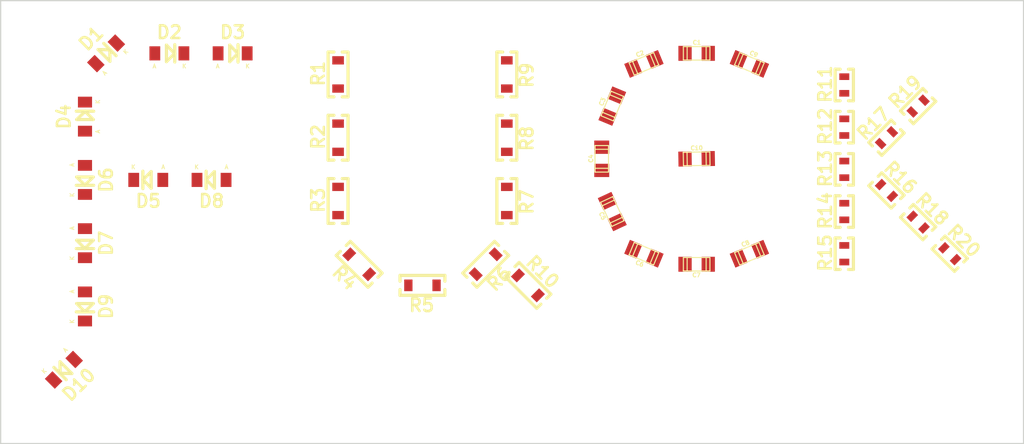
<source format=kicad_pcb>
(kicad_pcb (version 20221018) (generator pcbnew)
  (layers (0 "F.Cu" signal) (31 "B.Cu" signal) (34 "B.Paste" user) (35 "F.Paste" user) (36 "B.SilkS" user) (37 "F.SilkS" user) (38 "B.Mask" user) (39 "F.Mask" user) (44 "Edge.Cuts" user))
  (net 0 "")
  (net 1 "Net-(C1-Pad1)")
  (net 2 "Net-(C1-Pad2)")
  (net 3 "Net-(C2-Pad1)")
  (net 4 "Net-(C2-Pad2)")
  (net 5 "Net-(C3-Pad1)")
  (net 6 "Net-(C3-Pad2)")
  (net 7 "Net-(C4-Pad1)")
  (net 8 "Net-(C4-Pad2)")
  (net 9 "Net-(C5-Pad1)")
  (net 10 "Net-(C5-Pad2)")
  (net 11 "Net-(C6-Pad1)")
  (net 12 "Net-(C6-Pad2)")
  (net 13 "Net-(C7-Pad1)")
  (net 14 "Net-(C7-Pad2)")
  (net 15 "Net-(C8-Pad1)")
  (net 16 "Net-(C8-Pad2)")
  (net 17 "Net-(C9-Pad1)")
  (net 18 "Net-(C9-Pad2)")
  (net 19 "Net-(C10-Pad1)")
  (net 20 "Net-(C10-Pad2)")
  (net 21 "Net-(D1-Pad1)")
  (net 22 "Net-(D1-Pad2)")
  (net 23 "Net-(D2-Pad1)")
  (net 24 "Net-(D2-Pad2)")
  (net 25 "Net-(D3-Pad1)")
  (net 26 "Net-(D3-Pad2)")
  (net 27 "Net-(D4-Pad1)")
  (net 28 "Net-(D4-Pad2)")
  (net 29 "Net-(D5-Pad1)")
  (net 30 "Net-(D5-Pad2)")
  (net 31 "Net-(D6-Pad1)")
  (net 32 "Net-(D6-Pad2)")
  (net 33 "Net-(D7-Pad1)")
  (net 34 "Net-(D7-Pad2)")
  (net 35 "Net-(D8-Pad1)")
  (net 36 "Net-(D8-Pad2)")
  (net 37 "Net-(D9-Pad1)")
  (net 38 "Net-(D9-Pad2)")
  (net 39 "Net-(D10-Pad1)")
  (net 40 "Net-(D10-Pad2)")
  (net 41 "Net-(R1-Pad1)")
  (net 42 "Net-(R1-Pad2)")
  (net 43 "Net-(R2-Pad1)")
  (net 44 "Net-(R2-Pad2)")
  (net 45 "Net-(R3-Pad1)")
  (net 46 "Net-(R3-Pad2)")
  (net 47 "Net-(R4-Pad1)")
  (net 48 "Net-(R4-Pad2)")
  (net 49 "Net-(R5-Pad1)")
  (net 50 "Net-(R5-Pad2)")
  (net 51 "Net-(R6-Pad1)")
  (net 52 "Net-(R6-Pad2)")
  (net 53 "Net-(R7-Pad1)")
  (net 54 "Net-(R7-Pad2)")
  (net 55 "Net-(R8-Pad1)")
  (net 56 "Net-(R8-Pad2)")
  (net 57 "Net-(R9-Pad1)")
  (net 58 "Net-(R9-Pad2)")
  (net 59 "Net-(R10-Pad1)")
  (net 60 "Net-(R10-Pad2)")
  (net 61 "Net-(R11-Pad1)")
  (net 62 "Net-(R11-Pad2)")
  (net 63 "Net-(R12-Pad1)")
  (net 64 "Net-(R12-Pad2)")
  (net 65 "Net-(R13-Pad1)")
  (net 66 "Net-(R13-Pad2)")
  (net 67 "Net-(R14-Pad1)")
  (net 68 "Net-(R14-Pad2)")
  (net 69 "Net-(R15-Pad1)")
  (net 70 "Net-(R15-Pad2)")
  (net 71 "Net-(R16-Pad1)")
  (net 72 "Net-(R16-Pad2)")
  (net 73 "Net-(R17-Pad1)")
  (net 74 "Net-(R17-Pad2)")
  (net 75 "Net-(R18-Pad1)")
  (net 76 "Net-(R18-Pad2)")
  (net 77 "Net-(R19-Pad1)")
  (net 78 "Net-(R19-Pad2)")
  (net 79 "Net-(R20-Pad1)")
  (net 80 "Net-(R20-Pad2)")
  (footprint "Capacitors_SMD:c_1206" (layer "F.Cu") (at 142.24 30.48)
    (fp_text reference "C1" (at 0.0254 -1.2954) (layer "F.SilkS") (effects (font (size 0.50038 0.50038) (thickness 0.11938))))
    (fp_text value "CAP" hide)
    (fp_line (start -1.6002 -0.8128) (end -1.6002 0.8128) (stroke (width 0.127)) (layer "F.SilkS"))
    (fp_line (start -1.6002 0.8128) (end 1.6002 0.8128) (stroke (width 0.127)) (layer "F.SilkS"))
    (fp_line (start -1.143 -0.8128) (end -1.143 0.8128) (stroke (width 0.127)) (layer "F.SilkS"))
    (fp_line (start 1.143 0.8128) (end 1.143 -0.8128) (stroke (width 0.127)) (layer "F.SilkS"))
    (fp_line (start 1.6002 -0.8128) (end -1.6002 -0.8128) (stroke (width 0.127)) (layer "F.SilkS"))
    (fp_line (start 1.6002 0.8128) (end 1.6002 -0.8128) (stroke (width 0.127)) (layer "F.SilkS"))
    (pad "1" smd rect (at 1.397 0) (size 1.6002 1.8034) (layers "F.Cu" "F.Paste" "F.Mask") (net 1 "Net-(C1-Pad1)"))
    (pad "2" smd rect (at -1.397 0) (size 1.6002 1.8034) (layers "F.Cu" "F.Paste" "F.Mask") (net 2 "Net-(C1-Pad2)"))
  )
  (footprint "Capacitors_SMD:c_1206" (layer "F.Cu") (at 135.89 31.75 22.5)
    (fp_text reference "C2" (at 0.0254 -1.2954 22.5) (layer "F.SilkS") (effects (font (size 0.50038 0.50038) (thickness 0.11938))))
    (fp_text value "CAP" hide)
    (fp_line (start -1.6002 -0.8128) (end -1.6002 0.8128) (stroke (width 0.127)) (layer "F.SilkS"))
    (fp_line (start -1.6002 0.8128) (end 1.6002 0.8128) (stroke (width 0.127)) (layer "F.SilkS"))
    (fp_line (start -1.143 -0.8128) (end -1.143 0.8128) (stroke (width 0.127)) (layer "F.SilkS"))
    (fp_line (start 1.143 0.8128) (end 1.143 -0.8128) (stroke (width 0.127)) (layer "F.SilkS"))
    (fp_line (start 1.6002 -0.8128) (end -1.6002 -0.8128) (stroke (width 0.127)) (layer "F.SilkS"))
    (fp_line (start 1.6002 0.8128) (end 1.6002 -0.8128) (stroke (width 0.127)) (layer "F.SilkS"))
    (pad "1" smd rect (at 1.397 0 22.5) (size 1.6002 1.8034) (layers "F.Cu" "F.Paste" "F.Mask") (net 3 "Net-(C2-Pad1)"))
    (pad "2" smd rect (at -1.397 0 22.5) (size 1.6002 1.8034) (layers "F.Cu" "F.Paste" "F.Mask") (net 4 "Net-(C2-Pad2)"))
  )
  (footprint "Capacitors_SMD:c_1206" (layer "F.Cu") (at 132.08 36.83 67.5)
    (fp_text reference "C3" (at 0.0254 -1.2954 67.5) (layer "F.SilkS") (effects (font (size 0.50038 0.50038) (thickness 0.11938))))
    (fp_text value "CAP" hide)
    (fp_line (start -1.6002 -0.8128) (end -1.6002 0.8128) (stroke (width 0.127)) (layer "F.SilkS"))
    (fp_line (start -1.6002 0.8128) (end 1.6002 0.8128) (stroke (width 0.127)) (layer "F.SilkS"))
    (fp_line (start -1.143 -0.8128) (end -1.143 0.8128) (stroke (width 0.127)) (layer "F.SilkS"))
    (fp_line (start 1.143 0.8128) (end 1.143 -0.8128) (stroke (width 0.127)) (layer "F.SilkS"))
    (fp_line (start 1.6002 -0.8128) (end -1.6002 -0.8128) (stroke (width 0.127)) (layer "F.SilkS"))
    (fp_line (start 1.6002 0.8128) (end 1.6002 -0.8128) (stroke (width 0.127)) (layer "F.SilkS"))
    (pad "1" smd rect (at 1.397 0 67.5) (size 1.6002 1.8034) (layers "F.Cu" "F.Paste" "F.Mask") (net 5 "Net-(C3-Pad1)"))
    (pad "2" smd rect (at -1.397 0 67.5) (size 1.6002 1.8034) (layers "F.Cu" "F.Paste" "F.Mask") (net 6 "Net-(C3-Pad2)"))
  )
  (footprint "Capacitors_SMD:c_1206" (layer "F.Cu") (at 130.81 43.18 90)
    (fp_text reference "C4" (at 0.0254 -1.2954 90) (layer "F.SilkS") (effects (font (size 0.50038 0.50038) (thickness 0.11938))))
    (fp_text value "CAP" hide)
    (fp_line (start -1.6002 -0.8128) (end -1.6002 0.8128) (stroke (width 0.127)) (layer "F.SilkS"))
    (fp_line (start -1.6002 0.8128) (end 1.6002 0.8128) (stroke (width 0.127)) (layer "F.SilkS"))
    (fp_line (start -1.143 -0.8128) (end -1.143 0.8128) (stroke (width 0.127)) (layer "F.SilkS"))
    (fp_line (start 1.143 0.8128) (end 1.143 -0.8128) (stroke (width 0.127)) (layer "F.SilkS"))
    (fp_line (start 1.6002 -0.8128) (end -1.6002 -0.8128) (stroke (width 0.127)) (layer "F.SilkS"))
    (fp_line (start 1.6002 0.8128) (end 1.6002 -0.8128) (stroke (width 0.127)) (layer "F.SilkS"))
    (pad "1" smd rect (at 1.397 0 90) (size 1.6002 1.8034) (layers "F.Cu" "F.Paste" "F.Mask") (net 7 "Net-(C4-Pad1)"))
    (pad "2" smd rect (at -1.397 0 90) (size 1.6002 1.8034) (layers "F.Cu" "F.Paste" "F.Mask") (net 8 "Net-(C4-Pad2)"))
  )
  (footprint "Capacitors_SMD:c_1206" (layer "F.Cu") (at 132.08 49.53 115)
    (fp_text reference "C5" (at 0.0254 -1.2954 115) (layer "F.SilkS") (effects (font (size 0.50038 0.50038) (thickness 0.11938))))
    (fp_text value "CAP" hide)
    (fp_line (start -1.6002 -0.8128) (end -1.6002 0.8128) (stroke (width 0.127)) (layer "F.SilkS"))
    (fp_line (start -1.6002 0.8128) (end 1.6002 0.8128) (stroke (width 0.127)) (layer "F.SilkS"))
    (fp_line (start -1.143 -0.8128) (end -1.143 0.8128) (stroke (width 0.127)) (layer "F.SilkS"))
    (fp_line (start 1.143 0.8128) (end 1.143 -0.8128) (stroke (width 0.127)) (layer "F.SilkS"))
    (fp_line (start 1.6002 -0.8128) (end -1.6002 -0.8128) (stroke (width 0.127)) (layer "F.SilkS"))
    (fp_line (start 1.6002 0.8128) (end 1.6002 -0.8128) (stroke (width 0.127)) (layer "F.SilkS"))
    (pad "1" smd rect (at 1.397 0 115) (size 1.6002 1.8034) (layers "F.Cu" "F.Paste" "F.Mask") (net 9 "Net-(C5-Pad1)"))
    (pad "2" smd rect (at -1.397 0 115) (size 1.6002 1.8034) (layers "F.Cu" "F.Paste" "F.Mask") (net 10 "Net-(C5-Pad2)"))
  )
  (footprint "Capacitors_SMD:c_1206" (layer "F.Cu") (at 135.89 54.61 157.5)
    (fp_text reference "C6" (at 0.0254 -1.2954 157.5) (layer "F.SilkS") (effects (font (size 0.50038 0.50038) (thickness 0.11938))))
    (fp_text value "CAP" hide)
    (fp_line (start -1.6002 -0.8128) (end -1.6002 0.8128) (stroke (width 0.127)) (layer "F.SilkS"))
    (fp_line (start -1.6002 0.8128) (end 1.6002 0.8128) (stroke (width 0.127)) (layer "F.SilkS"))
    (fp_line (start -1.143 -0.8128) (end -1.143 0.8128) (stroke (width 0.127)) (layer "F.SilkS"))
    (fp_line (start 1.143 0.8128) (end 1.143 -0.8128) (stroke (width 0.127)) (layer "F.SilkS"))
    (fp_line (start 1.6002 -0.8128) (end -1.6002 -0.8128) (stroke (width 0.127)) (layer "F.SilkS"))
    (fp_line (start 1.6002 0.8128) (end 1.6002 -0.8128) (stroke (width 0.127)) (layer "F.SilkS"))
    (pad "1" smd rect (at 1.397 0 157.5) (size 1.6002 1.8034) (layers "F.Cu" "F.Paste" "F.Mask") (net 11 "Net-(C6-Pad1)"))
    (pad "2" smd rect (at -1.397 0 157.5) (size 1.6002 1.8034) (layers "F.Cu" "F.Paste" "F.Mask") (net 12 "Net-(C6-Pad2)"))
  )
  (footprint "Capacitors_SMD:c_1206" (layer "F.Cu") (at 142.24 55.88 180)
    (fp_text reference "C7" (at 0.0254 -1.2954 180) (layer "F.SilkS") (effects (font (size 0.50038 0.50038) (thickness 0.11938))))
    (fp_text value "CAP" hide)
    (fp_line (start -1.6002 -0.8128) (end -1.6002 0.8128) (stroke (width 0.127)) (layer "F.SilkS"))
    (fp_line (start -1.6002 0.8128) (end 1.6002 0.8128) (stroke (width 0.127)) (layer "F.SilkS"))
    (fp_line (start -1.143 -0.8128) (end -1.143 0.8128) (stroke (width 0.127)) (layer "F.SilkS"))
    (fp_line (start 1.143 0.8128) (end 1.143 -0.8128) (stroke (width 0.127)) (layer "F.SilkS"))
    (fp_line (start 1.6002 -0.8128) (end -1.6002 -0.8128) (stroke (width 0.127)) (layer "F.SilkS"))
    (fp_line (start 1.6002 0.8128) (end 1.6002 -0.8128) (stroke (width 0.127)) (layer "F.SilkS"))
    (pad "1" smd rect (at 1.397 0 180) (size 1.6002 1.8034) (layers "F.Cu" "F.Paste" "F.Mask") (net 13 "Net-(C7-Pad1)"))
    (pad "2" smd rect (at -1.397 0 180) (size 1.6002 1.8034) (layers "F.Cu" "F.Paste" "F.Mask") (net 14 "Net-(C7-Pad2)"))
  )
  (footprint "Capacitors_SMD:c_1206" (layer "F.Cu") (at 148.59 54.61 22.5)
    (fp_text reference "C8" (at 0.0254 -1.2954 22.5) (layer "F.SilkS") (effects (font (size 0.50038 0.50038) (thickness 0.11938))))
    (fp_text value "CAP" hide)
    (fp_line (start -1.6002 -0.8128) (end -1.6002 0.8128) (stroke (width 0.127)) (layer "F.SilkS"))
    (fp_line (start -1.6002 0.8128) (end 1.6002 0.8128) (stroke (width 0.127)) (layer "F.SilkS"))
    (fp_line (start -1.143 -0.8128) (end -1.143 0.8128) (stroke (width 0.127)) (layer "F.SilkS"))
    (fp_line (start 1.143 0.8128) (end 1.143 -0.8128) (stroke (width 0.127)) (layer "F.SilkS"))
    (fp_line (start 1.6002 -0.8128) (end -1.6002 -0.8128) (stroke (width 0.127)) (layer "F.SilkS"))
    (fp_line (start 1.6002 0.8128) (end 1.6002 -0.8128) (stroke (width 0.127)) (layer "F.SilkS"))
    (pad "1" smd rect (at 1.397 0 22.5) (size 1.6002 1.8034) (layers "F.Cu" "F.Paste" "F.Mask") (net 15 "Net-(C8-Pad1)"))
    (pad "2" smd rect (at -1.397 0 22.5) (size 1.6002 1.8034) (layers "F.Cu" "F.Paste" "F.Mask") (net 16 "Net-(C8-Pad2)"))
  )
  (footprint "Capacitors_SMD:c_1206" (layer "F.Cu") (at 148.59 31.75 -22.5)
    (fp_text reference "C9" (at 0.0254 -1.2954 337.5) (layer "F.SilkS") (effects (font (size 0.50038 0.50038) (thickness 0.11938))))
    (fp_text value "CAP" hide)
    (fp_line (start -1.6002 -0.8128) (end -1.6002 0.8128) (stroke (width 0.127)) (layer "F.SilkS"))
    (fp_line (start -1.6002 0.8128) (end 1.6002 0.8128) (stroke (width 0.127)) (layer "F.SilkS"))
    (fp_line (start -1.143 -0.8128) (end -1.143 0.8128) (stroke (width 0.127)) (layer "F.SilkS"))
    (fp_line (start 1.143 0.8128) (end 1.143 -0.8128) (stroke (width 0.127)) (layer "F.SilkS"))
    (fp_line (start 1.6002 -0.8128) (end -1.6002 -0.8128) (stroke (width 0.127)) (layer "F.SilkS"))
    (fp_line (start 1.6002 0.8128) (end 1.6002 -0.8128) (stroke (width 0.127)) (layer "F.SilkS"))
    (pad "1" smd rect (at 1.397 0 337.5) (size 1.6002 1.8034) (layers "F.Cu" "F.Paste" "F.Mask") (net 17 "Net-(C9-Pad1)"))
    (pad "2" smd rect (at -1.397 0 337.5) (size 1.6002 1.8034) (layers "F.Cu" "F.Paste" "F.Mask") (net 18 "Net-(C9-Pad2)"))
  )
  (footprint "Capacitors_SMD:c_1206" (layer "F.Cu") (at 142.24 43.18 1)
    (fp_text reference "C10" (at 0.0254 -1.2954 1) (layer "F.SilkS") (effects (font (size 0.50038 0.50038) (thickness 0.11938))))
    (fp_text value "CAP" hide)
    (fp_line (start -1.6002 -0.8128) (end -1.6002 0.8128) (stroke (width 0.127)) (layer "F.SilkS"))
    (fp_line (start -1.6002 0.8128) (end 1.6002 0.8128) (stroke (width 0.127)) (layer "F.SilkS"))
    (fp_line (start -1.143 -0.8128) (end -1.143 0.8128) (stroke (width 0.127)) (layer "F.SilkS"))
    (fp_line (start 1.143 0.8128) (end 1.143 -0.8128) (stroke (width 0.127)) (layer "F.SilkS"))
    (fp_line (start 1.6002 -0.8128) (end -1.6002 -0.8128) (stroke (width 0.127)) (layer "F.SilkS"))
    (fp_line (start 1.6002 0.8128) (end 1.6002 -0.8128) (stroke (width 0.127)) (layer "F.SilkS"))
    (pad "1" smd rect (at 1.397 0 1) (size 1.6002 1.8034) (layers "F.Cu" "F.Paste" "F.Mask") (net 19 "Net-(C10-Pad1)"))
    (pad "2" smd rect (at -1.397 0 1) (size 1.6002 1.8034) (layers "F.Cu" "F.Paste" "F.Mask") (net 20 "Net-(C10-Pad2)"))
  )
  (footprint "Diodes_SMD:Diode-MiniMELF_Standard" (layer "F.Cu") (at 71.12 30.48 45)
    (fp_text reference "D1" (at 0 -2.54 45) (layer "F.SilkS") (effects (font (size 1.524 1.524) (thickness 0.3048))))
    (fp_text value "DIODE" hide)
    (fp_text user "K" (at 1.80086 1.5494 45) (layer "F.SilkS") (effects (font (size 0.50038 0.50038) (thickness 0.09906))))
    (fp_text user "A" (at -1.80086 1.5494 45) (layer "F.SilkS") (effects (font (size 0.50038 0.50038) (thickness 0.09906))))
    (fp_line (start -0.35052 -1.00076) (end -0.35052 1.00076) (stroke (width 0.381)) (layer "F.SilkS"))
    (fp_line (start -0.35052 1.00076) (end 0.65024 0) (stroke (width 0.381)) (layer "F.SilkS"))
    (fp_line (start 0.65024 -1.04902) (end 0.65024 1.04902) (stroke (width 0.381)) (layer "F.SilkS"))
    (fp_line (start 0.65024 0.0508) (end -0.35052 -1.00076) (stroke (width 0.381)) (layer "F.SilkS"))
    (pad "1" smd rect (at -1.75006 0 45) (size 1.30048 1.69926) (layers "F.Cu" "F.Paste" "F.Mask") (net 21 "Net-(D1-Pad1)"))
    (pad "2" smd rect (at 1.75006 0 45) (size 1.30048 1.69926) (layers "F.Cu" "F.Paste" "F.Mask") (net 22 "Net-(D1-Pad2)"))
  )
  (footprint "Diodes_SMD:Diode-MiniMELF_Standard" (layer "F.Cu") (at 78.74 30.48)
    (fp_text reference "D2" (at 0 -2.54) (layer "F.SilkS") (effects (font (size 1.524 1.524) (thickness 0.3048))))
    (fp_text value "DIODE" hide)
    (fp_text user "K" (at 1.80086 1.5494) (layer "F.SilkS") (effects (font (size 0.50038 0.50038) (thickness 0.09906))))
    (fp_text user "A" (at -1.80086 1.5494) (layer "F.SilkS") (effects (font (size 0.50038 0.50038) (thickness 0.09906))))
    (fp_line (start -0.35052 -1.00076) (end -0.35052 1.00076) (stroke (width 0.381)) (layer "F.SilkS"))
    (fp_line (start -0.35052 1.00076) (end 0.65024 0) (stroke (width 0.381)) (layer "F.SilkS"))
    (fp_line (start 0.65024 -1.04902) (end 0.65024 1.04902) (stroke (width 0.381)) (layer "F.SilkS"))
    (fp_line (start 0.65024 0.0508) (end -0.35052 -1.00076) (stroke (width 0.381)) (layer "F.SilkS"))
    (pad "1" smd rect (at -1.75006 0) (size 1.30048 1.69926) (layers "F.Cu" "F.Paste" "F.Mask") (net 23 "Net-(D2-Pad1)"))
    (pad "2" smd rect (at 1.75006 0) (size 1.30048 1.69926) (layers "F.Cu" "F.Paste" "F.Mask") (net 24 "Net-(D2-Pad2)"))
  )
  (footprint "Diodes_SMD:Diode-MiniMELF_Standard" (layer "F.Cu") (at 86.36 30.48)
    (fp_text reference "D3" (at 0 -2.54) (layer "F.SilkS") (effects (font (size 1.524 1.524) (thickness 0.3048))))
    (fp_text value "DIODE" hide)
    (fp_text user "K" (at 1.80086 1.5494) (layer "F.SilkS") (effects (font (size 0.50038 0.50038) (thickness 0.09906))))
    (fp_text user "A" (at -1.80086 1.5494) (layer "F.SilkS") (effects (font (size 0.50038 0.50038) (thickness 0.09906))))
    (fp_line (start -0.35052 -1.00076) (end -0.35052 1.00076) (stroke (width 0.381)) (layer "F.SilkS"))
    (fp_line (start -0.35052 1.00076) (end 0.65024 0) (stroke (width 0.381)) (layer "F.SilkS"))
    (fp_line (start 0.65024 -1.04902) (end 0.65024 1.04902) (stroke (width 0.381)) (layer "F.SilkS"))
    (fp_line (start 0.65024 0.0508) (end -0.35052 -1.00076) (stroke (width 0.381)) (layer "F.SilkS"))
    (pad "1" smd rect (at -1.75006 0) (size 1.30048 1.69926) (layers "F.Cu" "F.Paste" "F.Mask") (net 25 "Net-(D3-Pad1)"))
    (pad "2" smd rect (at 1.75006 0) (size 1.30048 1.69926) (layers "F.Cu" "F.Paste" "F.Mask") (net 26 "Net-(D3-Pad2)"))
  )
  (footprint "Diodes_SMD:Diode-MiniMELF_Standard" (layer "F.Cu") (at 68.58 38.1 90)
    (fp_text reference "D4" (at 0 -2.54 90) (layer "F.SilkS") (effects (font (size 1.524 1.524) (thickness 0.3048))))
    (fp_text value "DIODE" hide)
    (fp_text user "A" (at -1.80086 1.5494 90) (layer "F.SilkS") (effects (font (size 0.50038 0.50038) (thickness 0.09906))))
    (fp_text user "K" (at 1.80086 1.5494 90) (layer "F.SilkS") (effects (font (size 0.50038 0.50038) (thickness 0.09906))))
    (fp_line (start -0.35052 -1.00076) (end -0.35052 1.00076) (stroke (width 0.381)) (layer "F.SilkS"))
    (fp_line (start -0.35052 1.00076) (end 0.65024 0) (stroke (width 0.381)) (layer "F.SilkS"))
    (fp_line (start 0.65024 -1.04902) (end 0.65024 1.04902) (stroke (width 0.381)) (layer "F.SilkS"))
    (fp_line (start 0.65024 0.0508) (end -0.35052 -1.00076) (stroke (width 0.381)) (layer "F.SilkS"))
    (pad "1" smd rect (at -1.75006 0 90) (size 1.30048 1.69926) (layers "F.Cu" "F.Paste" "F.Mask") (net 27 "Net-(D4-Pad1)"))
    (pad "2" smd rect (at 1.75006 0 90) (size 1.30048 1.69926) (layers "F.Cu" "F.Paste" "F.Mask") (net 28 "Net-(D4-Pad2)"))
  )
  (footprint "Diodes_SMD:Diode-MiniMELF_Standard" (layer "F.Cu") (at 76.2 45.72 180)
    (fp_text reference "D5" (at 0 -2.54 180) (layer "F.SilkS") (effects (font (size 1.524 1.524) (thickness 0.3048))))
    (fp_text value "DIODE" hide)
    (fp_text user "A" (at -1.80086 1.5494 180) (layer "F.SilkS") (effects (font (size 0.50038 0.50038) (thickness 0.09906))))
    (fp_text user "K" (at 1.80086 1.5494 180) (layer "F.SilkS") (effects (font (size 0.50038 0.50038) (thickness 0.09906))))
    (fp_line (start -0.35052 -1.00076) (end -0.35052 1.00076) (stroke (width 0.381)) (layer "F.SilkS"))
    (fp_line (start -0.35052 1.00076) (end 0.65024 0) (stroke (width 0.381)) (layer "F.SilkS"))
    (fp_line (start 0.65024 -1.04902) (end 0.65024 1.04902) (stroke (width 0.381)) (layer "F.SilkS"))
    (fp_line (start 0.65024 0.0508) (end -0.35052 -1.00076) (stroke (width 0.381)) (layer "F.SilkS"))
    (pad "1" smd rect (at -1.75006 0 180) (size 1.30048 1.69926) (layers "F.Cu" "F.Paste" "F.Mask") (net 29 "Net-(D5-Pad1)"))
    (pad "2" smd rect (at 1.75006 0 180) (size 1.30048 1.69926) (layers "F.Cu" "F.Paste" "F.Mask") (net 30 "Net-(D5-Pad2)"))
  )
  (footprint "Diodes_SMD:Diode-MiniMELF_Standard" (layer "F.Cu") (at 68.58 45.72 -90)
    (fp_text reference "D6" (at 0 -2.54 270) (layer "F.SilkS") (effects (font (size 1.524 1.524) (thickness 0.3048))))
    (fp_text value "DIODE" hide)
    (fp_text user "A" (at -1.80086 1.5494 270) (layer "F.SilkS") (effects (font (size 0.50038 0.50038) (thickness 0.09906))))
    (fp_text user "K" (at 1.80086 1.5494 270) (layer "F.SilkS") (effects (font (size 0.50038 0.50038) (thickness 0.09906))))
    (fp_line (start -0.35052 -1.00076) (end -0.35052 1.00076) (stroke (width 0.381)) (layer "F.SilkS"))
    (fp_line (start -0.35052 1.00076) (end 0.65024 0) (stroke (width 0.381)) (layer "F.SilkS"))
    (fp_line (start 0.65024 -1.04902) (end 0.65024 1.04902) (stroke (width 0.381)) (layer "F.SilkS"))
    (fp_line (start 0.65024 0.0508) (end -0.35052 -1.00076) (stroke (width 0.381)) (layer "F.SilkS"))
    (pad "1" smd rect (at -1.75006 0 270) (size 1.30048 1.69926) (layers "F.Cu" "F.Paste" "F.Mask") (net 31 "Net-(D6-Pad1)"))
    (pad "2" smd rect (at 1.75006 0 270) (size 1.30048 1.69926) (layers "F.Cu" "F.Paste" "F.Mask") (net 32 "Net-(D6-Pad2)"))
  )
  (footprint "Diodes_SMD:Diode-MiniMELF_Standard" (layer "F.Cu") (at 68.58 53.34 -90)
    (fp_text reference "D7" (at 0 -2.54 270) (layer "F.SilkS") (effects (font (size 1.524 1.524) (thickness 0.3048))))
    (fp_text value "DIODE" hide)
    (fp_text user "K" (at 1.80086 1.5494 270) (layer "F.SilkS") (effects (font (size 0.50038 0.50038) (thickness 0.09906))))
    (fp_text user "A" (at -1.80086 1.5494 270) (layer "F.SilkS") (effects (font (size 0.50038 0.50038) (thickness 0.09906))))
    (fp_line (start -0.35052 -1.00076) (end -0.35052 1.00076) (stroke (width 0.381)) (layer "F.SilkS"))
    (fp_line (start -0.35052 1.00076) (end 0.65024 0) (stroke (width 0.381)) (layer "F.SilkS"))
    (fp_line (start 0.65024 -1.04902) (end 0.65024 1.04902) (stroke (width 0.381)) (layer "F.SilkS"))
    (fp_line (start 0.65024 0.0508) (end -0.35052 -1.00076) (stroke (width 0.381)) (layer "F.SilkS"))
    (pad "1" smd rect (at -1.75006 0 270) (size 1.30048 1.69926) (layers "F.Cu" "F.Paste" "F.Mask") (net 33 "Net-(D7-Pad1)"))
    (pad "2" smd rect (at 1.75006 0 270) (size 1.30048 1.69926) (layers "F.Cu" "F.Paste" "F.Mask") (net 34 "Net-(D7-Pad2)"))
  )
  (footprint "Diodes_SMD:Diode-MiniMELF_Standard" (layer "F.Cu") (at 83.82 45.72 180)
    (fp_text reference "D8" (at 0 -2.54 180) (layer "F.SilkS") (effects (font (size 1.524 1.524) (thickness 0.3048))))
    (fp_text value "DIODE" hide)
    (fp_text user "K" (at 1.80086 1.5494 180) (layer "F.SilkS") (effects (font (size 0.50038 0.50038) (thickness 0.09906))))
    (fp_text user "A" (at -1.80086 1.5494 180) (layer "F.SilkS") (effects (font (size 0.50038 0.50038) (thickness 0.09906))))
    (fp_line (start -0.35052 -1.00076) (end -0.35052 1.00076) (stroke (width 0.381)) (layer "F.SilkS"))
    (fp_line (start -0.35052 1.00076) (end 0.65024 0) (stroke (width 0.381)) (layer "F.SilkS"))
    (fp_line (start 0.65024 -1.04902) (end 0.65024 1.04902) (stroke (width 0.381)) (layer "F.SilkS"))
    (fp_line (start 0.65024 0.0508) (end -0.35052 -1.00076) (stroke (width 0.381)) (layer "F.SilkS"))
    (pad "1" smd rect (at -1.75006 0 180) (size 1.30048 1.69926) (layers "F.Cu" "F.Paste" "F.Mask") (net 35 "Net-(D8-Pad1)"))
    (pad "2" smd rect (at 1.75006 0 180) (size 1.30048 1.69926) (layers "F.Cu" "F.Paste" "F.Mask") (net 36 "Net-(D8-Pad2)"))
  )
  (footprint "Diodes_SMD:Diode-MiniMELF_Standard" (layer "F.Cu") (at 68.58 60.96 -90)
    (fp_text reference "D9" (at 0 -2.54 270) (layer "F.SilkS") (effects (font (size 1.524 1.524) (thickness 0.3048))))
    (fp_text value "DIODE" hide)
    (fp_text user "K" (at 1.80086 1.5494 270) (layer "F.SilkS") (effects (font (size 0.50038 0.50038) (thickness 0.09906))))
    (fp_text user "A" (at -1.80086 1.5494 270) (layer "F.SilkS") (effects (font (size 0.50038 0.50038) (thickness 0.09906))))
    (fp_line (start -0.35052 -1.00076) (end -0.35052 1.00076) (stroke (width 0.381)) (layer "F.SilkS"))
    (fp_line (start -0.35052 1.00076) (end 0.65024 0) (stroke (width 0.381)) (layer "F.SilkS"))
    (fp_line (start 0.65024 -1.04902) (end 0.65024 1.04902) (stroke (width 0.381)) (layer "F.SilkS"))
    (fp_line (start 0.65024 0.0508) (end -0.35052 -1.00076) (stroke (width 0.381)) (layer "F.SilkS"))
    (pad "1" smd rect (at -1.75006 0 270) (size 1.30048 1.69926) (layers "F.Cu" "F.Paste" "F.Mask") (net 37 "Net-(D9-Pad1)"))
    (pad "2" smd rect (at 1.75006 0 270) (size 1.30048 1.69926) (layers "F.Cu" "F.Paste" "F.Mask") (net 38 "Net-(D9-Pad2)"))
  )
  (footprint "Diodes_SMD:Diode-MiniMELF_Standard" (layer "F.Cu") (at 66.04 68.58 -135)
    (fp_text reference "D10" (at 0 -2.54 225) (layer "F.SilkS") (effects (font (size 1.524 1.524) (thickness 0.3048))))
    (fp_text value "DIODE" hide)
    (fp_text user "A" (at -1.80086 1.5494 225) (layer "F.SilkS") (effects (font (size 0.50038 0.50038) (thickness 0.09906))))
    (fp_text user "K" (at 1.80086 1.5494 225) (layer "F.SilkS") (effects (font (size 0.50038 0.50038) (thickness 0.09906))))
    (fp_line (start -0.35052 -1.00076) (end -0.35052 1.00076) (stroke (width 0.381)) (layer "F.SilkS"))
    (fp_line (start -0.35052 1.00076) (end 0.65024 0) (stroke (width 0.381)) (layer "F.SilkS"))
    (fp_line (start 0.65024 -1.04902) (end 0.65024 1.04902) (stroke (width 0.381)) (layer "F.SilkS"))
    (fp_line (start 0.65024 0.0508) (end -0.35052 -1.00076) (stroke (width 0.381)) (layer "F.SilkS"))
    (pad "1" smd rect (at -1.75006 0 225) (size 1.30048 1.69926) (layers "F.Cu" "F.Paste" "F.Mask") (net 39 "Net-(D10-Pad1)"))
    (pad "2" smd rect (at 1.75006 0 225) (size 1.30048 1.69926) (layers "F.Cu" "F.Paste" "F.Mask") (net 40 "Net-(D10-Pad2)"))
  )
  (footprint "Resistors_SMD:Resistor_SMD1206_ReflowWave" (layer "F.Cu") (at 99.06 33.02 90)
    (fp_text reference "R1" (at 0.09906 -2.4003 90) (layer "F.SilkS") (effects (font (size 1.524 1.524) (thickness 0.3048))))
    (fp_text value "R" hide)
    (fp_line (start -2.70002 -1.19888) (end -2.70002 -0.50038) (stroke (width 0.381)) (layer "F.SilkS"))
    (fp_line (start -2.70002 0.50038) (end -2.70002 1.19888) (stroke (width 0.381)) (layer "F.SilkS"))
    (fp_line (start -2.70002 1.19888) (end 2.70002 1.19888) (stroke (width 0.381)) (layer "F.SilkS"))
    (fp_line (start 2.70002 -1.19888) (end -2.70002 -1.19888) (stroke (width 0.381)) (layer "F.SilkS"))
    (fp_line (start 2.70002 -0.50038) (end 2.70002 -1.19888) (stroke (width 0.381)) (layer "F.SilkS"))
    (fp_line (start 2.70002 1.19888) (end 2.70002 0.50038) (stroke (width 0.381)) (layer "F.SilkS"))
    (pad "1" smd rect (at -1.69926 0 90) (size 1.00076 1.39954) (layers "F.Cu" "F.Paste" "F.Mask") (net 41 "Net-(R1-Pad1)"))
    (pad "2" smd rect (at 1.69926 0 90) (size 1.00076 1.39954) (layers "F.Cu" "F.Paste" "F.Mask") (net 42 "Net-(R1-Pad2)"))
  )
  (footprint "Resistors_SMD:Resistor_SMD1206_ReflowWave" (layer "F.Cu") (at 99.06 40.64 90)
    (fp_text reference "R2" (at 0.09906 -2.4003 90) (layer "F.SilkS") (effects (font (size 1.524 1.524) (thickness 0.3048))))
    (fp_text value "R" hide)
    (fp_line (start -2.70002 -1.19888) (end -2.70002 -0.50038) (stroke (width 0.381)) (layer "F.SilkS"))
    (fp_line (start -2.70002 0.50038) (end -2.70002 1.19888) (stroke (width 0.381)) (layer "F.SilkS"))
    (fp_line (start -2.70002 1.19888) (end 2.70002 1.19888) (stroke (width 0.381)) (layer "F.SilkS"))
    (fp_line (start 2.70002 -1.19888) (end -2.70002 -1.19888) (stroke (width 0.381)) (layer "F.SilkS"))
    (fp_line (start 2.70002 -0.50038) (end 2.70002 -1.19888) (stroke (width 0.381)) (layer "F.SilkS"))
    (fp_line (start 2.70002 1.19888) (end 2.70002 0.50038) (stroke (width 0.381)) (layer "F.SilkS"))
    (pad "1" smd rect (at -1.69926 0 90) (size 1.00076 1.39954) (layers "F.Cu" "F.Paste" "F.Mask") (net 43 "Net-(R2-Pad1)"))
    (pad "2" smd rect (at 1.69926 0 90) (size 1.00076 1.39954) (layers "F.Cu" "F.Paste" "F.Mask") (net 44 "Net-(R2-Pad2)"))
  )
  (footprint "Resistors_SMD:Resistor_SMD1206_ReflowWave" (layer "F.Cu") (at 99.06 48.26 90)
    (fp_text reference "R3" (at 0.09906 -2.4003 90) (layer "F.SilkS") (effects (font (size 1.524 1.524) (thickness 0.3048))))
    (fp_text value "R" hide)
    (fp_line (start -2.70002 -1.19888) (end -2.70002 -0.50038) (stroke (width 0.381)) (layer "F.SilkS"))
    (fp_line (start -2.70002 0.50038) (end -2.70002 1.19888) (stroke (width 0.381)) (layer "F.SilkS"))
    (fp_line (start -2.70002 1.19888) (end 2.70002 1.19888) (stroke (width 0.381)) (layer "F.SilkS"))
    (fp_line (start 2.70002 -1.19888) (end -2.70002 -1.19888) (stroke (width 0.381)) (layer "F.SilkS"))
    (fp_line (start 2.70002 -0.50038) (end 2.70002 -1.19888) (stroke (width 0.381)) (layer "F.SilkS"))
    (fp_line (start 2.70002 1.19888) (end 2.70002 0.50038) (stroke (width 0.381)) (layer "F.SilkS"))
    (pad "1" smd rect (at -1.69926 0 90) (size 1.00076 1.39954) (layers "F.Cu" "F.Paste" "F.Mask") (net 45 "Net-(R3-Pad1)"))
    (pad "2" smd rect (at 1.69926 0 90) (size 1.00076 1.39954) (layers "F.Cu" "F.Paste" "F.Mask") (net 46 "Net-(R3-Pad2)"))
  )
  (footprint "Resistors_SMD:Resistor_SMD1206_ReflowWave" (layer "F.Cu") (at 101.6 55.88 135)
    (fp_text reference "R4" (at 0.09906 -2.4003 135) (layer "F.SilkS") (effects (font (size 1.524 1.524) (thickness 0.3048))))
    (fp_text value "R" hide)
    (fp_line (start -2.70002 -1.19888) (end -2.70002 -0.50038) (stroke (width 0.381)) (layer "F.SilkS"))
    (fp_line (start -2.70002 0.50038) (end -2.70002 1.19888) (stroke (width 0.381)) (layer "F.SilkS"))
    (fp_line (start -2.70002 1.19888) (end 2.70002 1.19888) (stroke (width 0.381)) (layer "F.SilkS"))
    (fp_line (start 2.70002 -1.19888) (end -2.70002 -1.19888) (stroke (width 0.381)) (layer "F.SilkS"))
    (fp_line (start 2.70002 -0.50038) (end 2.70002 -1.19888) (stroke (width 0.381)) (layer "F.SilkS"))
    (fp_line (start 2.70002 1.19888) (end 2.70002 0.50038) (stroke (width 0.381)) (layer "F.SilkS"))
    (pad "1" smd rect (at -1.69926 0 135) (size 1.00076 1.39954) (layers "F.Cu" "F.Paste" "F.Mask") (net 47 "Net-(R4-Pad1)"))
    (pad "2" smd rect (at 1.69926 0 135) (size 1.00076 1.39954) (layers "F.Cu" "F.Paste" "F.Mask") (net 48 "Net-(R4-Pad2)"))
  )
  (footprint "Resistors_SMD:Resistor_SMD1206_ReflowWave" (layer "F.Cu") (at 109.22 58.42 180)
    (fp_text reference "R5" (at 0.09906 -2.4003 180) (layer "F.SilkS") (effects (font (size 1.524 1.524) (thickness 0.3048))))
    (fp_text value "R" hide)
    (fp_line (start -2.70002 -1.19888) (end -2.70002 -0.50038) (stroke (width 0.381)) (layer "F.SilkS"))
    (fp_line (start -2.70002 0.50038) (end -2.70002 1.19888) (stroke (width 0.381)) (layer "F.SilkS"))
    (fp_line (start -2.70002 1.19888) (end 2.70002 1.19888) (stroke (width 0.381)) (layer "F.SilkS"))
    (fp_line (start 2.70002 -1.19888) (end -2.70002 -1.19888) (stroke (width 0.381)) (layer "F.SilkS"))
    (fp_line (start 2.70002 -0.50038) (end 2.70002 -1.19888) (stroke (width 0.381)) (layer "F.SilkS"))
    (fp_line (start 2.70002 1.19888) (end 2.70002 0.50038) (stroke (width 0.381)) (layer "F.SilkS"))
    (pad "1" smd rect (at -1.69926 0 180) (size 1.00076 1.39954) (layers "F.Cu" "F.Paste" "F.Mask") (net 49 "Net-(R5-Pad1)"))
    (pad "2" smd rect (at 1.69926 0 180) (size 1.00076 1.39954) (layers "F.Cu" "F.Paste" "F.Mask") (net 50 "Net-(R5-Pad2)"))
  )
  (footprint "Resistors_SMD:Resistor_SMD1206_ReflowWave" (layer "F.Cu") (at 116.84 55.88 -135)
    (fp_text reference "R6" (at 0.09906 -2.4003 225) (layer "F.SilkS") (effects (font (size 1.524 1.524) (thickness 0.3048))))
    (fp_text value "R" hide)
    (fp_line (start -2.70002 -1.19888) (end -2.70002 -0.50038) (stroke (width 0.381)) (layer "F.SilkS"))
    (fp_line (start -2.70002 0.50038) (end -2.70002 1.19888) (stroke (width 0.381)) (layer "F.SilkS"))
    (fp_line (start -2.70002 1.19888) (end 2.70002 1.19888) (stroke (width 0.381)) (layer "F.SilkS"))
    (fp_line (start 2.70002 -1.19888) (end -2.70002 -1.19888) (stroke (width 0.381)) (layer "F.SilkS"))
    (fp_line (start 2.70002 -0.50038) (end 2.70002 -1.19888) (stroke (width 0.381)) (layer "F.SilkS"))
    (fp_line (start 2.70002 1.19888) (end 2.70002 0.50038) (stroke (width 0.381)) (layer "F.SilkS"))
    (pad "1" smd rect (at -1.69926 0 225) (size 1.00076 1.39954) (layers "F.Cu" "F.Paste" "F.Mask") (net 51 "Net-(R6-Pad1)"))
    (pad "2" smd rect (at 1.69926 0 225) (size 1.00076 1.39954) (layers "F.Cu" "F.Paste" "F.Mask") (net 52 "Net-(R6-Pad2)"))
  )
  (footprint "Resistors_SMD:Resistor_SMD1206_ReflowWave" (layer "F.Cu") (at 119.38 48.26 -90)
    (fp_text reference "R7" (at 0.09906 -2.4003 270) (layer "F.SilkS") (effects (font (size 1.524 1.524) (thickness 0.3048))))
    (fp_text value "R" hide)
    (fp_line (start -2.70002 -1.19888) (end -2.70002 -0.50038) (stroke (width 0.381)) (layer "F.SilkS"))
    (fp_line (start -2.70002 0.50038) (end -2.70002 1.19888) (stroke (width 0.381)) (layer "F.SilkS"))
    (fp_line (start -2.70002 1.19888) (end 2.70002 1.19888) (stroke (width 0.381)) (layer "F.SilkS"))
    (fp_line (start 2.70002 -1.19888) (end -2.70002 -1.19888) (stroke (width 0.381)) (layer "F.SilkS"))
    (fp_line (start 2.70002 -0.50038) (end 2.70002 -1.19888) (stroke (width 0.381)) (layer "F.SilkS"))
    (fp_line (start 2.70002 1.19888) (end 2.70002 0.50038) (stroke (width 0.381)) (layer "F.SilkS"))
    (pad "1" smd rect (at -1.69926 0 270) (size 1.00076 1.39954) (layers "F.Cu" "F.Paste" "F.Mask") (net 53 "Net-(R7-Pad1)"))
    (pad "2" smd rect (at 1.69926 0 270) (size 1.00076 1.39954) (layers "F.Cu" "F.Paste" "F.Mask") (net 54 "Net-(R7-Pad2)"))
  )
  (footprint "Resistors_SMD:Resistor_SMD1206_ReflowWave" (layer "F.Cu") (at 119.38 40.64 -90)
    (fp_text reference "R8" (at 0.09906 -2.4003 270) (layer "F.SilkS") (effects (font (size 1.524 1.524) (thickness 0.3048))))
    (fp_text value "R" hide)
    (fp_line (start -2.70002 -1.19888) (end -2.70002 -0.50038) (stroke (width 0.381)) (layer "F.SilkS"))
    (fp_line (start -2.70002 0.50038) (end -2.70002 1.19888) (stroke (width 0.381)) (layer "F.SilkS"))
    (fp_line (start -2.70002 1.19888) (end 2.70002 1.19888) (stroke (width 0.381)) (layer "F.SilkS"))
    (fp_line (start 2.70002 -1.19888) (end -2.70002 -1.19888) (stroke (width 0.381)) (layer "F.SilkS"))
    (fp_line (start 2.70002 -0.50038) (end 2.70002 -1.19888) (stroke (width 0.381)) (layer "F.SilkS"))
    (fp_line (start 2.70002 1.19888) (end 2.70002 0.50038) (stroke (width 0.381)) (layer "F.SilkS"))
    (pad "1" smd rect (at -1.69926 0 270) (size 1.00076 1.39954) (layers "F.Cu" "F.Paste" "F.Mask") (net 55 "Net-(R8-Pad1)"))
    (pad "2" smd rect (at 1.69926 0 270) (size 1.00076 1.39954) (layers "F.Cu" "F.Paste" "F.Mask") (net 56 "Net-(R8-Pad2)"))
  )
  (footprint "Resistors_SMD:Resistor_SMD1206_ReflowWave" (layer "F.Cu") (at 119.38 33.02 -90)
    (fp_text reference "R9" (at 0.09906 -2.4003 270) (layer "F.SilkS") (effects (font (size 1.524 1.524) (thickness 0.3048))))
    (fp_text value "R" hide)
    (fp_line (start -2.70002 -1.19888) (end -2.70002 -0.50038) (stroke (width 0.381)) (layer "F.SilkS"))
    (fp_line (start -2.70002 0.50038) (end -2.70002 1.19888) (stroke (width 0.381)) (layer "F.SilkS"))
    (fp_line (start -2.70002 1.19888) (end 2.70002 1.19888) (stroke (width 0.381)) (layer "F.SilkS"))
    (fp_line (start 2.70002 -1.19888) (end -2.70002 -1.19888) (stroke (width 0.381)) (layer "F.SilkS"))
    (fp_line (start 2.70002 -0.50038) (end 2.70002 -1.19888) (stroke (width 0.381)) (layer "F.SilkS"))
    (fp_line (start 2.70002 1.19888) (end 2.70002 0.50038) (stroke (width 0.381)) (layer "F.SilkS"))
    (pad "1" smd rect (at -1.69926 0 270) (size 1.00076 1.39954) (layers "F.Cu" "F.Paste" "F.Mask") (net 57 "Net-(R9-Pad1)"))
    (pad "2" smd rect (at 1.69926 0 270) (size 1.00076 1.39954) (layers "F.Cu" "F.Paste" "F.Mask") (net 58 "Net-(R9-Pad2)"))
  )
  (footprint "Resistors_SMD:Resistor_SMD1206_ReflowWave" (layer "F.Cu") (at 121.92 58.42 -45)
    (fp_text reference "R10" (at 0.09906 -2.4003 315) (layer "F.SilkS") (effects (font (size 1.524 1.524) (thickness 0.3048))))
    (fp_text value "R" hide)
    (fp_line (start -2.70002 -1.19888) (end -2.70002 -0.50038) (stroke (width 0.381)) (layer "F.SilkS"))
    (fp_line (start -2.70002 0.50038) (end -2.70002 1.19888) (stroke (width 0.381)) (layer "F.SilkS"))
    (fp_line (start -2.70002 1.19888) (end 2.70002 1.19888) (stroke (width 0.381)) (layer "F.SilkS"))
    (fp_line (start 2.70002 -1.19888) (end -2.70002 -1.19888) (stroke (width 0.381)) (layer "F.SilkS"))
    (fp_line (start 2.70002 -0.50038) (end 2.70002 -1.19888) (stroke (width 0.381)) (layer "F.SilkS"))
    (fp_line (start 2.70002 1.19888) (end 2.70002 0.50038) (stroke (width 0.381)) (layer "F.SilkS"))
    (pad "1" smd rect (at -1.69926 0 315) (size 1.00076 1.39954) (layers "F.Cu" "F.Paste" "F.Mask") (net 59 "Net-(R10-Pad1)"))
    (pad "2" smd rect (at 1.69926 0 315) (size 1.00076 1.39954) (layers "F.Cu" "F.Paste" "F.Mask") (net 60 "Net-(R10-Pad2)"))
  )
  (footprint "Resistors_SMD:Resistor_SMD0805_ReflowWave" (layer "F.Cu") (at 160.02 34.29 90)
    (fp_text reference "R11" (at 0.09906 -2.30124 90) (layer "F.SilkS") (effects (font (size 1.524 1.524) (thickness 0.3048))))
    (fp_text value "R" hide)
    (fp_line (start -1.89992 -1.09982) (end -1.89992 -0.50038) (stroke (width 0.381)) (layer "F.SilkS"))
    (fp_line (start -1.89992 0.50038) (end -1.89992 1.09982) (stroke (width 0.381)) (layer "F.SilkS"))
    (fp_line (start -1.89992 1.09982) (end 1.89992 1.09982) (stroke (width 0.381)) (layer "F.SilkS"))
    (fp_line (start 1.89992 -1.09982) (end -1.89992 -1.09982) (stroke (width 0.381)) (layer "F.SilkS"))
    (fp_line (start 1.89992 -0.50038) (end 1.89992 -1.09982) (stroke (width 0.381)) (layer "F.SilkS"))
    (fp_line (start 1.89992 1.09982) (end 1.89992 0.50038) (stroke (width 0.381)) (layer "F.SilkS"))
    (pad "1" smd rect (at -1.00076 0 90) (size 0.8001 1.19888) (layers "F.Cu" "F.Paste" "F.Mask") (net 61 "Net-(R11-Pad1)"))
    (pad "2" smd rect (at 1.00076 0 90) (size 0.8001 1.19888) (layers "F.Cu" "F.Paste" "F.Mask") (net 62 "Net-(R11-Pad2)"))
  )
  (footprint "Resistors_SMD:Resistor_SMD0805_ReflowWave" (layer "F.Cu") (at 160.02 39.37 90)
    (fp_text reference "R12" (at 0.09906 -2.30124 90) (layer "F.SilkS") (effects (font (size 1.524 1.524) (thickness 0.3048))))
    (fp_text value "R" hide)
    (fp_line (start -1.89992 -1.09982) (end -1.89992 -0.50038) (stroke (width 0.381)) (layer "F.SilkS"))
    (fp_line (start -1.89992 0.50038) (end -1.89992 1.09982) (stroke (width 0.381)) (layer "F.SilkS"))
    (fp_line (start -1.89992 1.09982) (end 1.89992 1.09982) (stroke (width 0.381)) (layer "F.SilkS"))
    (fp_line (start 1.89992 -1.09982) (end -1.89992 -1.09982) (stroke (width 0.381)) (layer "F.SilkS"))
    (fp_line (start 1.89992 -0.50038) (end 1.89992 -1.09982) (stroke (width 0.381)) (layer "F.SilkS"))
    (fp_line (start 1.89992 1.09982) (end 1.89992 0.50038) (stroke (width 0.381)) (layer "F.SilkS"))
    (pad "1" smd rect (at -1.00076 0 90) (size 0.8001 1.19888) (layers "F.Cu" "F.Paste" "F.Mask") (net 63 "Net-(R12-Pad1)"))
    (pad "2" smd rect (at 1.00076 0 90) (size 0.8001 1.19888) (layers "F.Cu" "F.Paste" "F.Mask") (net 64 "Net-(R12-Pad2)"))
  )
  (footprint "Resistors_SMD:Resistor_SMD0805_ReflowWave" (layer "F.Cu") (at 160.02 44.45 90)
    (fp_text reference "R13" (at 0.09906 -2.30124 90) (layer "F.SilkS") (effects (font (size 1.524 1.524) (thickness 0.3048))))
    (fp_text value "R" hide)
    (fp_line (start -1.89992 -1.09982) (end -1.89992 -0.50038) (stroke (width 0.381)) (layer "F.SilkS"))
    (fp_line (start -1.89992 0.50038) (end -1.89992 1.09982) (stroke (width 0.381)) (layer "F.SilkS"))
    (fp_line (start -1.89992 1.09982) (end 1.89992 1.09982) (stroke (width 0.381)) (layer "F.SilkS"))
    (fp_line (start 1.89992 -1.09982) (end -1.89992 -1.09982) (stroke (width 0.381)) (layer "F.SilkS"))
    (fp_line (start 1.89992 -0.50038) (end 1.89992 -1.09982) (stroke (width 0.381)) (layer "F.SilkS"))
    (fp_line (start 1.89992 1.09982) (end 1.89992 0.50038) (stroke (width 0.381)) (layer "F.SilkS"))
    (pad "1" smd rect (at -1.00076 0 90) (size 0.8001 1.19888) (layers "F.Cu" "F.Paste" "F.Mask") (net 65 "Net-(R13-Pad1)"))
    (pad "2" smd rect (at 1.00076 0 90) (size 0.8001 1.19888) (layers "F.Cu" "F.Paste" "F.Mask") (net 66 "Net-(R13-Pad2)"))
  )
  (footprint "Resistors_SMD:Resistor_SMD0805_ReflowWave" (layer "F.Cu") (at 160.02 49.53 90)
    (fp_text reference "R14" (at 0.09906 -2.30124 90) (layer "F.SilkS") (effects (font (size 1.524 1.524) (thickness 0.3048))))
    (fp_text value "R" hide)
    (fp_line (start -1.89992 -1.09982) (end -1.89992 -0.50038) (stroke (width 0.381)) (layer "F.SilkS"))
    (fp_line (start -1.89992 0.50038) (end -1.89992 1.09982) (stroke (width 0.381)) (layer "F.SilkS"))
    (fp_line (start -1.89992 1.09982) (end 1.89992 1.09982) (stroke (width 0.381)) (layer "F.SilkS"))
    (fp_line (start 1.89992 -1.09982) (end -1.89992 -1.09982) (stroke (width 0.381)) (layer "F.SilkS"))
    (fp_line (start 1.89992 -0.50038) (end 1.89992 -1.09982) (stroke (width 0.381)) (layer "F.SilkS"))
    (fp_line (start 1.89992 1.09982) (end 1.89992 0.50038) (stroke (width 0.381)) (layer "F.SilkS"))
    (pad "1" smd rect (at -1.00076 0 90) (size 0.8001 1.19888) (layers "F.Cu" "F.Paste" "F.Mask") (net 67 "Net-(R14-Pad1)"))
    (pad "2" smd rect (at 1.00076 0 90) (size 0.8001 1.19888) (layers "F.Cu" "F.Paste" "F.Mask") (net 68 "Net-(R14-Pad2)"))
  )
  (footprint "Resistors_SMD:Resistor_SMD0805_ReflowWave" (layer "F.Cu") (at 160.02 54.61 90)
    (fp_text reference "R15" (at 0.09906 -2.30124 90) (layer "F.SilkS") (effects (font (size 1.524 1.524) (thickness 0.3048))))
    (fp_text value "R" hide)
    (fp_line (start -1.89992 -1.09982) (end -1.89992 -0.50038) (stroke (width 0.381)) (layer "F.SilkS"))
    (fp_line (start -1.89992 0.50038) (end -1.89992 1.09982) (stroke (width 0.381)) (layer "F.SilkS"))
    (fp_line (start -1.89992 1.09982) (end 1.89992 1.09982) (stroke (width 0.381)) (layer "F.SilkS"))
    (fp_line (start 1.89992 -1.09982) (end -1.89992 -1.09982) (stroke (width 0.381)) (layer "F.SilkS"))
    (fp_line (start 1.89992 -0.50038) (end 1.89992 -1.09982) (stroke (width 0.381)) (layer "F.SilkS"))
    (fp_line (start 1.89992 1.09982) (end 1.89992 0.50038) (stroke (width 0.381)) (layer "F.SilkS"))
    (pad "1" smd rect (at -1.00076 0 90) (size 0.8001 1.19888) (layers "F.Cu" "F.Paste" "F.Mask") (net 69 "Net-(R15-Pad1)"))
    (pad "2" smd rect (at 1.00076 0 90) (size 0.8001 1.19888) (layers "F.Cu" "F.Paste" "F.Mask") (net 70 "Net-(R15-Pad2)"))
  )
  (footprint "Resistors_SMD:Resistor_SMD0805_ReflowWave" (layer "F.Cu") (at 165.1 46.99 -45)
    (fp_text reference "R16" (at 0.09906 -2.30124 315) (layer "F.SilkS") (effects (font (size 1.524 1.524) (thickness 0.3048))))
    (fp_text value "R" hide)
    (fp_line (start -1.89992 -1.09982) (end -1.89992 -0.50038) (stroke (width 0.381)) (layer "F.SilkS"))
    (fp_line (start -1.89992 0.50038) (end -1.89992 1.09982) (stroke (width 0.381)) (layer "F.SilkS"))
    (fp_line (start -1.89992 1.09982) (end 1.89992 1.09982) (stroke (width 0.381)) (layer "F.SilkS"))
    (fp_line (start 1.89992 -1.09982) (end -1.89992 -1.09982) (stroke (width 0.381)) (layer "F.SilkS"))
    (fp_line (start 1.89992 -0.50038) (end 1.89992 -1.09982) (stroke (width 0.381)) (layer "F.SilkS"))
    (fp_line (start 1.89992 1.09982) (end 1.89992 0.50038) (stroke (width 0.381)) (layer "F.SilkS"))
    (pad "1" smd rect (at -1.00076 0 315) (size 0.8001 1.19888) (layers "F.Cu" "F.Paste" "F.Mask") (net 71 "Net-(R16-Pad1)"))
    (pad "2" smd rect (at 1.00076 0 315) (size 0.8001 1.19888) (layers "F.Cu" "F.Paste" "F.Mask") (net 72 "Net-(R16-Pad2)"))
  )
  (footprint "Resistors_SMD:Resistor_SMD0805_ReflowWave" (layer "F.Cu") (at 165.1 40.64 45)
    (fp_text reference "R17" (at 0.09906 -2.30124 45) (layer "F.SilkS") (effects (font (size 1.524 1.524) (thickness 0.3048))))
    (fp_text value "R" hide)
    (fp_line (start -1.89992 -1.09982) (end -1.89992 -0.50038) (stroke (width 0.381)) (layer "F.SilkS"))
    (fp_line (start -1.89992 0.50038) (end -1.89992 1.09982) (stroke (width 0.381)) (layer "F.SilkS"))
    (fp_line (start -1.89992 1.09982) (end 1.89992 1.09982) (stroke (width 0.381)) (layer "F.SilkS"))
    (fp_line (start 1.89992 -1.09982) (end -1.89992 -1.09982) (stroke (width 0.381)) (layer "F.SilkS"))
    (fp_line (start 1.89992 -0.50038) (end 1.89992 -1.09982) (stroke (width 0.381)) (layer "F.SilkS"))
    (fp_line (start 1.89992 1.09982) (end 1.89992 0.50038) (stroke (width 0.381)) (layer "F.SilkS"))
    (pad "1" smd rect (at -1.00076 0 45) (size 0.8001 1.19888) (layers "F.Cu" "F.Paste" "F.Mask") (net 73 "Net-(R17-Pad1)"))
    (pad "2" smd rect (at 1.00076 0 45) (size 0.8001 1.19888) (layers "F.Cu" "F.Paste" "F.Mask") (net 74 "Net-(R17-Pad2)"))
  )
  (footprint "Resistors_SMD:Resistor_SMD0805_ReflowWave" (layer "F.Cu") (at 168.91 50.8 -45)
    (fp_text reference "R18" (at 0.09906 -2.30124 315) (layer "F.SilkS") (effects (font (size 1.524 1.524) (thickness 0.3048))))
    (fp_text value "R" hide)
    (fp_line (start -1.89992 -1.09982) (end -1.89992 -0.50038) (stroke (width 0.381)) (layer "F.SilkS"))
    (fp_line (start -1.89992 0.50038) (end -1.89992 1.09982) (stroke (width 0.381)) (layer "F.SilkS"))
    (fp_line (start -1.89992 1.09982) (end 1.89992 1.09982) (stroke (width 0.381)) (layer "F.SilkS"))
    (fp_line (start 1.89992 -1.09982) (end -1.89992 -1.09982) (stroke (width 0.381)) (layer "F.SilkS"))
    (fp_line (start 1.89992 -0.50038) (end 1.89992 -1.09982) (stroke (width 0.381)) (layer "F.SilkS"))
    (fp_line (start 1.89992 1.09982) (end 1.89992 0.50038) (stroke (width 0.381)) (layer "F.SilkS"))
    (pad "1" smd rect (at -1.00076 0 315) (size 0.8001 1.19888) (layers "F.Cu" "F.Paste" "F.Mask") (net 75 "Net-(R18-Pad1)"))
    (pad "2" smd rect (at 1.00076 0 315) (size 0.8001 1.19888) (layers "F.Cu" "F.Paste" "F.Mask") (net 76 "Net-(R18-Pad2)"))
  )
  (footprint "Resistors_SMD:Resistor_SMD0805_ReflowWave" (layer "F.Cu") (at 168.91 36.83 45)
    (fp_text reference "R19" (at 0.09906 -2.30124 45) (layer "F.SilkS") (effects (font (size 1.524 1.524) (thickness 0.3048))))
    (fp_text value "R" hide)
    (fp_line (start -1.89992 -1.09982) (end -1.89992 -0.50038) (stroke (width 0.381)) (layer "F.SilkS"))
    (fp_line (start -1.89992 0.50038) (end -1.89992 1.09982) (stroke (width 0.381)) (layer "F.SilkS"))
    (fp_line (start -1.89992 1.09982) (end 1.89992 1.09982) (stroke (width 0.381)) (layer "F.SilkS"))
    (fp_line (start 1.89992 -1.09982) (end -1.89992 -1.09982) (stroke (width 0.381)) (layer "F.SilkS"))
    (fp_line (start 1.89992 -0.50038) (end 1.89992 -1.09982) (stroke (width 0.381)) (layer "F.SilkS"))
    (fp_line (start 1.89992 1.09982) (end 1.89992 0.50038) (stroke (width 0.381)) (layer "F.SilkS"))
    (pad "1" smd rect (at -1.00076 0 45) (size 0.8001 1.19888) (layers "F.Cu" "F.Paste" "F.Mask") (net 77 "Net-(R19-Pad1)"))
    (pad "2" smd rect (at 1.00076 0 45) (size 0.8001 1.19888) (layers "F.Cu" "F.Paste" "F.Mask") (net 78 "Net-(R19-Pad2)"))
  )
  (footprint "Resistors_SMD:Resistor_SMD0805_ReflowWave" (layer "F.Cu") (at 172.72 54.61 -45)
    (fp_text reference "R20" (at 0.09906 -2.30124 315) (layer "F.SilkS") (effects (font (size 1.524 1.524) (thickness 0.3048))))
    (fp_text value "R" hide)
    (fp_line (start -1.89992 -1.09982) (end -1.89992 -0.50038) (stroke (width 0.381)) (layer "F.SilkS"))
    (fp_line (start -1.89992 0.50038) (end -1.89992 1.09982) (stroke (width 0.381)) (layer "F.SilkS"))
    (fp_line (start -1.89992 1.09982) (end 1.89992 1.09982) (stroke (width 0.381)) (layer "F.SilkS"))
    (fp_line (start 1.89992 -1.09982) (end -1.89992 -1.09982) (stroke (width 0.381)) (layer "F.SilkS"))
    (fp_line (start 1.89992 -0.50038) (end 1.89992 -1.09982) (stroke (width 0.381)) (layer "F.SilkS"))
    (fp_line (start 1.89992 1.09982) (end 1.89992 0.50038) (stroke (width 0.381)) (layer "F.SilkS"))
    (pad "1" smd rect (at -1.00076 0 315) (size 0.8001 1.19888) (layers "F.Cu" "F.Paste" "F.Mask") (net 79 "Net-(R20-Pad1)"))
    (pad "2" smd rect (at 1.00076 0 315) (size 0.8001 1.19888) (layers "F.Cu" "F.Paste" "F.Mask") (net 80 "Net-(R20-Pad2)"))
  )
  (gr_line (start 58.42 77.47) (end 58.42 24.13) (stroke (width 0.15)) (layer "Edge.Cuts"))
  (gr_line (start 58.42 24.13) (end 181.61 24.13) (stroke (width 0.15)) (layer "Edge.Cuts"))
  (gr_line (start 181.61 77.47) (end 58.42 77.47) (stroke (width 0.15)) (layer "Edge.Cuts"))
  (gr_line (start 181.61 24.13) (end 181.61 77.47) (stroke (width 0.15)) (layer "Edge.Cuts"))
)
</source>
